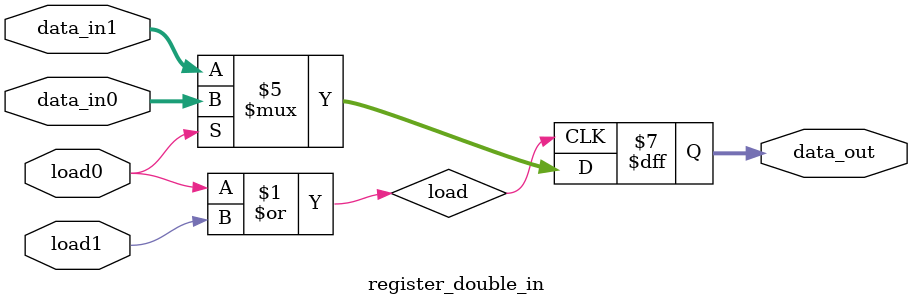
<source format=sv>
`timescale 1ns / 1ps

module register_double_in(
    input [7:0] data_in0,
    input load0,
    input [7:0] data_in1,
    input load1,
    output [7:0] data_out
);

logic [7:0] data_out;
wire load;
assign load = load0 | load1;

initial begin
    data_out = 8'b0;
end

always_ff @(posedge load) begin
    if(load0)
        data_out <= data_in0;
    else
        data_out <= data_in1;
end

endmodule

</source>
